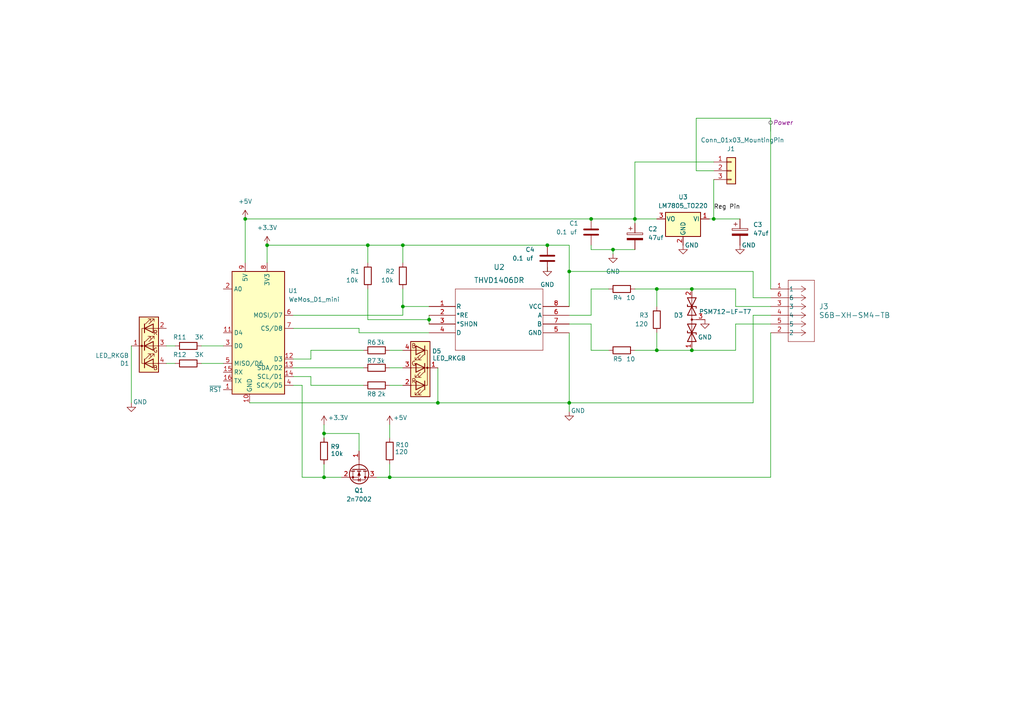
<source format=kicad_sch>
(kicad_sch (version 20231120) (generator "eeschema") (generator_version "8.0")
  (paper "A4")
  (lib_symbols
    (symbol "2025-01-31_21-26-30:THVD1406DR" (pin_names (offset 0.254))
      (property "Reference" "U2" (at 20.32 11.43 0))
      (property "Value" "THVD1406DR" (at 20.32 7.62 0))
      (symbol "THVD1406DR_0_1"
        (polyline (pts (xy 7.62 -12.7) (xy 33.02 -12.7)) (stroke (width 0.127)))
        (polyline (pts (xy 7.62 5.08) (xy 7.62 -12.7)) (stroke (width 0.127)))
        (polyline (pts (xy 33.02 -12.7) (xy 33.02 5.08)) (stroke (width 0.127)))
        (polyline (pts (xy 33.02 5.08) (xy 7.62 5.08)) (stroke (width 0.127)))
        (pin output line (at 0 0 0) (length 7.62) (name "R") (number "1"))
        (pin input line (at 0 -2.54 0) (length 7.62) (name "*RE") (number "2"))
        (pin input line (at 0 -5.08 0) (length 7.62) (name "*SHDN") (number "3"))
        (pin input line (at 0 -7.62 0) (length 7.62) (name "D") (number "4"))
        (pin power_out line (at 40.64 -7.62 180) (length 7.62) (name "GND") (number "5"))
        (pin bidirectional line (at 40.64 -2.54 180) (length 7.62) (name "A") (number "6"))
        (pin bidirectional line (at 40.64 -5.08 180) (length 7.62) (name "B") (number "7"))
        (pin power_in line (at 40.64 0 180) (length 7.62) (name "VCC") (number "8"))
      )
    )
    (symbol "Connector_Generic_MountingPin:Conn_01x03_MountingPin" (pin_names (offset 1.016) hide)
      (property "Reference" "J1" (at -1.27 6.35 0))
      (property "Value" "Conn_01x03_MountingPin" (at -8.89 8.89 0))
      (symbol "Conn_01x03_MountingPin_1_1"
        (rectangle (start -1.27 -2.413) (end 0 -2.667) (stroke (width 0.1524)))
        (rectangle (start -1.27 0.127) (end 0 -0.127) (stroke (width 0.1524)))
        (rectangle (start -1.27 2.667) (end 0 2.413) (stroke (width 0.1524)))
        (rectangle (start -1.27 3.81) (end 1.27 -3.81) (stroke (width 0.254)) (fill (type background)))
        (pin passive line (at -5.08 2.54 0) (length 3.81) (name "Pin_1") (number "1"))
        (pin passive line (at -5.08 0 0) (length 3.81) (name "Pin_2") (number "2"))
        (pin passive line (at -5.08 -2.54 0) (length 3.81) (name "Pin_3") (number "3"))
      )
    )
    (symbol "Device:C" (pin_numbers hide) (pin_names (offset 0.254))
      (property "Reference" "C" (at 0.635 2.54 0))
      (property "Value" "C" (at 0.635 -2.54 0))
      (symbol "C_0_1"
        (polyline (pts (xy -2.032 -0.762) (xy 2.032 -0.762)) (stroke (width 0.508)))
        (polyline (pts (xy -2.032 0.762) (xy 2.032 0.762)) (stroke (width 0.508)))
      )
      (symbol "C_1_1"
        (pin passive line (at 0 3.81 270) (length 2.794) (name "~") (number "1"))
        (pin passive line (at 0 -3.81 90) (length 2.794) (name "~") (number "2"))
      )
    )
    (symbol "Device:C_Polarized" (pin_numbers hide) (pin_names (offset 0.254))
      (property "Reference" "C" (at 0.635 2.54 0))
      (property "Value" "C_Polarized" (at 0.635 -2.54 0))
      (symbol "C_Polarized_0_1"
        (rectangle (start -2.286 0.508) (end 2.286 1.016))
        (polyline (pts (xy -1.778 2.286) (xy -0.762 2.286)))
        (polyline (pts (xy -1.27 2.794) (xy -1.27 1.778)))
        (rectangle (start 2.286 -0.508) (end -2.286 -1.016) (fill (type outline)))
      )
      (symbol "C_Polarized_1_1"
        (pin passive line (at 0 3.81 270) (length 2.794) (name "~") (number "1"))
        (pin passive line (at 0 -3.81 90) (length 2.794) (name "~") (number "2"))
      )
    )
    (symbol "Device:D_TVS_Dual_AAC" (pin_names (offset 1.016) hide)
      (property "Reference" "D" (at 0 4.445 0))
      (property "Value" "D_TVS_Dual_AAC" (at 0 2.54 0))
      (symbol "D_TVS_Dual_AAC_0_0"
        (polyline (pts (xy 0 -1.27) (xy 0 0)))
      )
      (symbol "D_TVS_Dual_AAC_0_1"
        (polyline (pts (xy -6.35 0) (xy 6.35 0)))
        (polyline (pts (xy -3.302 1.27) (xy -3.81 1.27) (xy -3.81 -1.27) (xy -4.318 -1.27)) (stroke (width 0.254)))
        (polyline (pts (xy 4.318 1.27) (xy 3.81 1.27) (xy 3.81 -1.27) (xy 3.302 -1.27)) (stroke (width 0.254)))
        (polyline (pts (xy -6.35 1.27) (xy -1.27 -1.27) (xy -1.27 1.27) (xy -6.35 -1.27) (xy -6.35 1.27)) (stroke (width 0.254)))
        (polyline (pts (xy 6.35 1.27) (xy 1.27 -1.27) (xy 1.27 1.27) (xy 6.35 -1.27) (xy 6.35 1.27)) (stroke (width 0.254)))
        (circle (center 0 0) (radius 0.254) (fill (type outline)))
      )
      (symbol "D_TVS_Dual_AAC_1_1"
        (pin passive line (at -8.89 0 0) (length 2.54) (name "A1") (number "1"))
        (pin passive line (at 8.89 0 180) (length 2.54) (name "A2") (number "2"))
        (pin input line (at 0 -3.81 90) (length 2.54) (name "common") (number "3"))
      )
    )
    (symbol "Device:LED_RKGB" (pin_names (offset 0) hide)
      (property "Reference" "D1" (at -8.382 -5.08 0))
      (property "Value" "LED_RKGB" (at -15.494 -2.794 0))
      (symbol "LED_RKGB_0_0"
        (text "B" (at 1.905 -6.35 0) (effects (font (size 1.27 1.27))))
        (text "G" (at 1.905 -1.27 0) (effects (font (size 1.27 1.27))))
        (text "R" (at 1.905 3.81 0) (effects (font (size 1.27 1.27))))
      )
      (symbol "LED_RKGB_0_1"
        (circle (center -2.032 0) (radius 0.254) (fill (type outline)))
        (polyline (pts (xy -1.27 -5.08) (xy 1.27 -5.08)))
        (polyline (pts (xy -1.27 -3.81) (xy -1.27 -6.35)) (stroke (width 0.254)))
        (polyline (pts (xy -1.27 0) (xy -2.54 0)))
        (polyline (pts (xy -1.27 1.27) (xy -1.27 -1.27)) (stroke (width 0.254)))
        (polyline (pts (xy -1.27 5.08) (xy 1.27 5.08)))
        (polyline (pts (xy -1.27 6.35) (xy -1.27 3.81)) (stroke (width 0.254)))
        (polyline (pts (xy 1.27 -5.08) (xy 2.54 -5.08)))
        (polyline (pts (xy 1.27 0) (xy -1.27 0)))
        (polyline (pts (xy 1.27 0) (xy 2.54 0)))
        (polyline (pts (xy 1.27 5.08) (xy 2.54 5.08)))
        (polyline (pts (xy -1.27 1.27) (xy -1.27 -1.27) (xy -1.27 -1.27)))
        (polyline (pts (xy -1.27 6.35) (xy -1.27 3.81) (xy -1.27 3.81)))
        (polyline (pts (xy -1.27 5.08) (xy -2.032 5.08) (xy -2.032 -5.08) (xy -1.016 -5.08)))
        (polyline (pts (xy 1.27 -3.81) (xy 1.27 -6.35) (xy -1.27 -5.08) (xy 1.27 -3.81)) (stroke (width 0.254)))
        (polyline (pts (xy 1.27 1.27) (xy 1.27 -1.27) (xy -1.27 0) (xy 1.27 1.27)) (stroke (width 0.254)))
        (polyline (pts (xy 1.27 6.35) (xy 1.27 3.81) (xy -1.27 5.08) (xy 1.27 6.35)) (stroke (width 0.254)))
        (polyline (pts (xy -1.016 -3.81) (xy 0.508 -2.286) (xy -0.254 -2.286) (xy 0.508 -2.286) (xy 0.508 -3.048)))
        (polyline (pts (xy -1.016 1.27) (xy 0.508 2.794) (xy -0.254 2.794) (xy 0.508 2.794) (xy 0.508 2.032)))
        (polyline (pts (xy -1.016 6.35) (xy 0.508 7.874) (xy -0.254 7.874) (xy 0.508 7.874) (xy 0.508 7.112)))
        (polyline (pts (xy 0 -3.81) (xy 1.524 -2.286) (xy 0.762 -2.286) (xy 1.524 -2.286) (xy 1.524 -3.048)))
        (polyline (pts (xy 0 1.27) (xy 1.524 2.794) (xy 0.762 2.794) (xy 1.524 2.794) (xy 1.524 2.032)))
        (polyline (pts (xy 0 6.35) (xy 1.524 7.874) (xy 0.762 7.874) (xy 1.524 7.874) (xy 1.524 7.112)))
        (rectangle (start 1.27 -1.27) (end 1.27 1.27))
        (rectangle (start 1.27 1.27) (end 1.27 1.27))
        (rectangle (start 1.27 3.81) (end 1.27 6.35))
        (rectangle (start 1.27 6.35) (end 1.27 6.35))
        (rectangle (start 2.794 8.382) (end -2.794 -7.62) (stroke (width 0.254)) (fill (type background)))
      )
      (symbol "LED_RKGB_1_1"
        (pin passive line (at -5.08 0 0) (length 2.54) (name "RA") (number "1"))
        (pin passive line (at 5.08 5.08 180) (length 2.54) (name "B") (number "2"))
        (pin passive line (at 5.08 0 180) (length 2.54) (name "G") (number "3"))
        (pin passive line (at 5.08 -5.08 180) (length 2.54) (name "R") (number "4"))
      )
    )
    (symbol "Device:R" (pin_numbers hide) (pin_names (offset 0))
      (property "Reference" "R" (at 2.032 0 90))
      (property "Value" "R" (at 0 0 90))
      (symbol "R_0_1"
        (rectangle (start -1.016 -2.54) (end 1.016 2.54) (stroke (width 0.254)))
      )
      (symbol "R_1_1"
        (pin passive line (at 0 3.81 270) (length 1.27) (name "~") (number "1"))
        (pin passive line (at 0 -3.81 90) (length 1.27) (name "~") (number "2"))
      )
    )
    (symbol "LED_RKGB_1" (pin_names (offset 0) hide)
      (property "Reference" "D5" (at -6.096 -4.826 0))
      (property "Value" "LED_RKGB" (at -13.208 -2.794 0))
      (symbol "LED_RKGB_1_0_0"
        (text "B" (at 1.905 -6.35 0) (effects (font (size 1.27 1.27))))
        (text "G" (at 1.905 -1.27 0) (effects (font (size 1.27 1.27))))
        (text "R" (at 1.905 3.81 0) (effects (font (size 1.27 1.27))))
      )
      (symbol "LED_RKGB_1_0_1"
        (circle (center -2.032 0) (radius 0.254) (fill (type outline)))
        (polyline (pts (xy -1.27 -5.08) (xy 1.27 -5.08)))
        (polyline (pts (xy -1.27 -3.81) (xy -1.27 -6.35)) (stroke (width 0.254)))
        (polyline (pts (xy -1.27 0) (xy -2.54 0)))
        (polyline (pts (xy -1.27 1.27) (xy -1.27 -1.27)) (stroke (width 0.254)))
        (polyline (pts (xy -1.27 5.08) (xy 1.27 5.08)))
        (polyline (pts (xy -1.27 6.35) (xy -1.27 3.81)) (stroke (width 0.254)))
        (polyline (pts (xy 1.27 -5.08) (xy 2.54 -5.08)))
        (polyline (pts (xy 1.27 0) (xy -1.27 0)))
        (polyline (pts (xy 1.27 0) (xy 2.54 0)))
        (polyline (pts (xy 1.27 5.08) (xy 2.54 5.08)))
        (polyline (pts (xy -1.27 1.27) (xy -1.27 -1.27) (xy -1.27 -1.27)))
        (polyline (pts (xy -1.27 6.35) (xy -1.27 3.81) (xy -1.27 3.81)))
        (polyline (pts (xy -1.27 5.08) (xy -2.032 5.08) (xy -2.032 -5.08) (xy -1.016 -5.08)))
        (polyline (pts (xy 1.27 -3.81) (xy 1.27 -6.35) (xy -1.27 -5.08) (xy 1.27 -3.81)) (stroke (width 0.254)))
        (polyline (pts (xy 1.27 1.27) (xy 1.27 -1.27) (xy -1.27 0) (xy 1.27 1.27)) (stroke (width 0.254)))
        (polyline (pts (xy 1.27 6.35) (xy 1.27 3.81) (xy -1.27 5.08) (xy 1.27 6.35)) (stroke (width 0.254)))
        (polyline (pts (xy -1.016 -3.81) (xy 0.508 -2.286) (xy -0.254 -2.286) (xy 0.508 -2.286) (xy 0.508 -3.048)))
        (polyline (pts (xy -1.016 1.27) (xy 0.508 2.794) (xy -0.254 2.794) (xy 0.508 2.794) (xy 0.508 2.032)))
        (polyline (pts (xy -1.016 6.35) (xy 0.508 7.874) (xy -0.254 7.874) (xy 0.508 7.874) (xy 0.508 7.112)))
        (polyline (pts (xy 0 -3.81) (xy 1.524 -2.286) (xy 0.762 -2.286) (xy 1.524 -2.286) (xy 1.524 -3.048)))
        (polyline (pts (xy 0 1.27) (xy 1.524 2.794) (xy 0.762 2.794) (xy 1.524 2.794) (xy 1.524 2.032)))
        (polyline (pts (xy 0 6.35) (xy 1.524 7.874) (xy 0.762 7.874) (xy 1.524 7.874) (xy 1.524 7.112)))
        (rectangle (start 1.27 -1.27) (end 1.27 1.27))
        (rectangle (start 1.27 1.27) (end 1.27 1.27))
        (rectangle (start 1.27 3.81) (end 1.27 6.35))
        (rectangle (start 1.27 6.35) (end 1.27 6.35))
        (rectangle (start 2.794 8.382) (end -2.794 -7.62) (stroke (width 0.254)) (fill (type background)))
      )
      (symbol "LED_RKGB_1_1_1"
        (pin passive line (at -5.08 0 0) (length 2.54) (name "Cathode") (number "1"))
        (pin passive line (at 5.08 5.08 180) (length 2.54) (name "B") (number "2"))
        (pin passive line (at 5.08 0 180) (length 2.54) (name "G") (number "3"))
        (pin passive line (at 5.08 -5.08 180) (length 2.54) (name "R") (number "4"))
      )
    )
    (symbol "MCU_Module:WeMos_D1_mini"
      (property "Reference" "U1" (at -11.43 12.192 0))
      (property "Value" "WeMos_D1_mini" (at -23.622 9.652 0))
      (symbol "WeMos_D1_mini_1_1"
        (rectangle (start -7.62 17.78) (end 7.62 -17.78) (stroke (width 0.254)) (fill (type background)))
        (pin input line (at 7.62 -16.51 0) (length 2.54) (name "~{RST}") (number "1"))
        (pin power_in line (at 2.54 -20.32 90) (length 2.54) (name "GND") (number "10"))
        (pin bidirectional line (at 10.16 0 180) (length 2.54) (name "D4") (number "11"))
        (pin bidirectional line (at -10.16 -7.62 0) (length 2.54) (name "D3") (number "12"))
        (pin bidirectional line (at -10.16 -10.16 0) (length 2.54) (name "SDA/D2") (number "13"))
        (pin bidirectional line (at -10.16 -12.7 0) (length 2.54) (name "SCL/D1") (number "14"))
        (pin input line (at 10.16 -11.43 180) (length 2.54) (name "RX") (number "15"))
        (pin output line (at 10.16 -13.97 180) (length 2.54) (name "TX") (number "16"))
        (pin input line (at 10.16 12.7 180) (length 2.54) (name "A0") (number "2"))
        (pin bidirectional line (at 10.16 -3.81 180) (length 2.54) (name "D0") (number "3"))
        (pin bidirectional line (at -10.16 -15.24 0) (length 2.54) (name "SCK/D5") (number "4"))
        (pin bidirectional line (at 10.16 -8.89 180) (length 2.54) (name "MISO/D6") (number "5"))
        (pin bidirectional line (at -10.16 5.08 0) (length 2.54) (name "MOSI/D7") (number "6"))
        (pin bidirectional line (at -10.16 1.27 0) (length 2.54) (name "CS/D8") (number "7"))
        (pin power_out line (at -2.54 20.32 270) (length 2.54) (name "3V3") (number "8"))
        (pin power_in line (at 3.81 20.32 270) (length 2.54) (name "5V") (number "9"))
      )
    )
    (symbol "Regulator_Linear:LM7805_TO220" (pin_names (offset 0.254))
      (property "Reference" "U" (at -3.81 3.175 0))
      (property "Value" "LM7805_TO220" (at 0 3.175 0))
      (symbol "LM7805_TO220_0_1"
        (rectangle (start -5.08 1.905) (end 5.08 -5.08) (stroke (width 0.254)) (fill (type background)))
      )
      (symbol "LM7805_TO220_1_1"
        (pin power_in line (at -7.62 0 0) (length 2.54) (name "VI") (number "1"))
        (pin power_in line (at 0 -7.62 90) (length 2.54) (name "GND") (number "2"))
        (pin power_out line (at 7.62 0 180) (length 2.54) (name "VO") (number "3"))
      )
    )
    (symbol "S6B-XH-SM4-TB_1" (pin_names (offset 0.254))
      (property "Reference" "J3" (at 13.97 -5.0799 0))
      (property "Value" "S6B-XH-SM4-TB" (at 13.97 -7.6199 0))
      (symbol "S6B-XH-SM4-TB_1_1_1"
        (polyline (pts (xy 5.08 -15.24) (xy 12.7 -15.24)) (stroke (width 0.127)))
        (polyline (pts (xy 5.08 2.54) (xy 5.08 -15.24)) (stroke (width 0.127)))
        (polyline (pts (xy 10.16 -12.7) (xy 5.08 -12.7)) (stroke (width 0.127)))
        (polyline (pts (xy 10.16 -12.7) (xy 8.89 -13.5467)) (stroke (width 0.127)))
        (polyline (pts (xy 10.16 -12.7) (xy 8.89 -11.8533)) (stroke (width 0.127)))
        (polyline (pts (xy 10.16 -10.16) (xy 5.08 -10.16)) (stroke (width 0.127)))
        (polyline (pts (xy 10.16 -10.16) (xy 8.89 -11.0067)) (stroke (width 0.127)))
        (polyline (pts (xy 10.16 -10.16) (xy 8.89 -9.3133)) (stroke (width 0.127)))
        (polyline (pts (xy 10.16 -7.62) (xy 5.08 -7.62)) (stroke (width 0.127)))
        (polyline (pts (xy 10.16 -7.62) (xy 8.89 -8.4667)) (stroke (width 0.127)))
        (polyline (pts (xy 10.16 -7.62) (xy 8.89 -6.7733)) (stroke (width 0.127)))
        (polyline (pts (xy 10.16 -5.08) (xy 5.08 -5.08)) (stroke (width 0.127)))
        (polyline (pts (xy 10.16 -5.08) (xy 8.89 -5.9267)) (stroke (width 0.127)))
        (polyline (pts (xy 10.16 -5.08) (xy 8.89 -4.2333)) (stroke (width 0.127)))
        (polyline (pts (xy 10.16 -2.54) (xy 5.08 -2.54)) (stroke (width 0.127)))
        (polyline (pts (xy 10.16 -2.54) (xy 8.89 -3.3867)) (stroke (width 0.127)))
        (polyline (pts (xy 10.16 -2.54) (xy 8.89 -1.6933)) (stroke (width 0.127)))
        (polyline (pts (xy 10.16 0) (xy 5.08 0)) (stroke (width 0.127)))
        (polyline (pts (xy 10.16 0) (xy 8.89 -0.8467)) (stroke (width 0.127)))
        (polyline (pts (xy 10.16 0) (xy 8.89 0.8467)) (stroke (width 0.127)))
        (polyline (pts (xy 12.7 -15.24) (xy 12.7 2.54)) (stroke (width 0.127)))
        (polyline (pts (xy 12.7 2.54) (xy 5.08 2.54)) (stroke (width 0.127)))
        (pin unspecified line (at 0 0 0) (length 5.08) (name "1") (number "1"))
        (pin unspecified line (at 0 -12.7 0) (length 5.08) (name "2") (number "2"))
        (pin unspecified line (at 0 -5.08 0) (length 5.08) (name "3") (number "3"))
        (pin unspecified line (at 0 -7.62 0) (length 5.08) (name "4") (number "4"))
        (pin unspecified line (at 0 -10.16 0) (length 5.08) (name "5") (number "5"))
        (pin unspecified line (at 0 -2.54 0) (length 5.08) (name "6") (number "6"))
      )
      (symbol "S6B-XH-SM4-TB_1_1_2"
        (polyline (pts (xy 5.08 -15.24) (xy 12.7 -15.24)) (stroke (width 0.127)))
        (polyline (pts (xy 5.08 2.54) (xy 5.08 -15.24)) (stroke (width 0.127)))
        (polyline (pts (xy 7.62 -12.7) (xy 5.08 -12.7)) (stroke (width 0.127)))
        (polyline (pts (xy 7.62 -12.7) (xy 8.89 -13.5467)) (stroke (width 0.127)))
        (polyline (pts (xy 7.62 -12.7) (xy 8.89 -11.8533)) (stroke (width 0.127)))
        (polyline (pts (xy 7.62 -10.16) (xy 5.08 -10.16)) (stroke (width 0.127)))
        (polyline (pts (xy 7.62 -10.16) (xy 8.89 -11.0067)) (stroke (width 0.127)))
        (polyline (pts (xy 7.62 -10.16) (xy 8.89 -9.3133)) (stroke (width 0.127)))
        (polyline (pts (xy 7.62 -7.62) (xy 5.08 -7.62)) (stroke (width 0.127)))
        (polyline (pts (xy 7.62 -7.62) (xy 8.89 -8.4667)) (stroke (width 0.127)))
        (polyline (pts (xy 7.62 -7.62) (xy 8.89 -6.7733)) (stroke (width 0.127)))
        (polyline (pts (xy 7.62 -5.08) (xy 5.08 -5.08)) (stroke (width 0.127)))
        (polyline (pts (xy 7.62 -5.08) (xy 8.89 -5.9267)) (stroke (width 0.127)))
        (polyline (pts (xy 7.62 -5.08) (xy 8.89 -4.2333)) (stroke (width 0.127)))
        (polyline (pts (xy 7.62 -2.54) (xy 5.08 -2.54)) (stroke (width 0.127)))
        (polyline (pts (xy 7.62 -2.54) (xy 8.89 -3.3867)) (stroke (width 0.127)))
        (polyline (pts (xy 7.62 -2.54) (xy 8.89 -1.6933)) (stroke (width 0.127)))
        (polyline (pts (xy 7.62 0) (xy 5.08 0)) (stroke (width 0.127)))
        (polyline (pts (xy 7.62 0) (xy 8.89 -0.8467)) (stroke (width 0.127)))
        (polyline (pts (xy 7.62 0) (xy 8.89 0.8467)) (stroke (width 0.127)))
        (polyline (pts (xy 12.7 -15.24) (xy 12.7 2.54)) (stroke (width 0.127)))
        (polyline (pts (xy 12.7 2.54) (xy 5.08 2.54)) (stroke (width 0.127)))
        (pin unspecified line (at 0 0 0) (length 5.08) (name "1") (number "1"))
        (pin unspecified line (at 0 -2.54 0) (length 5.08) (name "2") (number "2"))
        (pin unspecified line (at 0 -5.08 0) (length 5.08) (name "3") (number "3"))
        (pin unspecified line (at 0 -7.62 0) (length 5.08) (name "4") (number "4"))
        (pin unspecified line (at 0 -10.16 0) (length 5.08) (name "5") (number "5"))
        (pin unspecified line (at 0 -12.7 0) (length 5.08) (name "6") (number "6"))
      )
    )
    (symbol "Transistor_FET:2N7002" (pin_names hide)
      (property "Reference" "Q" (at 5.08 1.905 0))
      (property "Value" "2N7002" (at 5.08 0 0))
      (symbol "2N7002_0_1"
        (polyline (pts (xy 0.254 0) (xy -2.54 0)))
        (polyline (pts (xy 0.254 1.905) (xy 0.254 -1.905)) (stroke (width 0.254)))
        (polyline (pts (xy 0.762 -1.27) (xy 0.762 -2.286)) (stroke (width 0.254)))
        (polyline (pts (xy 0.762 0.508) (xy 0.762 -0.508)) (stroke (width 0.254)))
        (polyline (pts (xy 0.762 2.286) (xy 0.762 1.27)) (stroke (width 0.254)))
        (polyline (pts (xy 2.54 2.54) (xy 2.54 1.778)))
        (polyline (pts (xy 2.54 -2.54) (xy 2.54 0) (xy 0.762 0)))
        (polyline (pts (xy 0.762 -1.778) (xy 3.302 -1.778) (xy 3.302 1.778) (xy 0.762 1.778)))
        (polyline (pts (xy 1.016 0) (xy 2.032 0.381) (xy 2.032 -0.381) (xy 1.016 0)) (fill (type outline)))
        (polyline (pts (xy 2.794 0.508) (xy 2.921 0.381) (xy 3.683 0.381) (xy 3.81 0.254)))
        (polyline (pts (xy 3.302 0.381) (xy 2.921 -0.254) (xy 3.683 -0.254) (xy 3.302 0.381)))
        (circle (center 1.651 0) (radius 2.794) (stroke (width 0.254)))
        (circle (center 2.54 -1.778) (radius 0.254) (fill (type outline)))
        (circle (center 2.54 1.778) (radius 0.254) (fill (type outline)))
      )
      (symbol "2N7002_1_1"
        (pin input line (at -5.08 0 0) (length 2.54) (name "G") (number "1"))
        (pin passive line (at 2.54 -5.08 90) (length 2.54) (name "S") (number "2"))
        (pin passive line (at 2.54 5.08 270) (length 2.54) (name "D") (number "3"))
      )
    )
    (symbol "power:+3.3V" (power) (pin_names (offset 0))
      (property "Value" "+3.3V" (at 0 3.556 0))
      (symbol "+3.3V_0_1"
        (polyline (pts (xy -0.762 1.27) (xy 0 2.54)))
        (polyline (pts (xy 0 0) (xy 0 2.54)))
        (polyline (pts (xy 0 2.54) (xy 0.762 1.27)))
      )
      (symbol "+3.3V_1_1"
        (pin power_in line (at 0 0 90) (length 0) hide (name "+3.3V") (number "1"))
      )
    )
    (symbol "power:+5V" (power) (pin_names (offset 0))
      (property "Value" "+5V" (at 0 3.556 0))
      (symbol "+5V_0_1"
        (polyline (pts (xy -0.762 1.27) (xy 0 2.54)))
        (polyline (pts (xy 0 0) (xy 0 2.54)))
        (polyline (pts (xy 0 2.54) (xy 0.762 1.27)))
      )
      (symbol "+5V_1_1"
        (pin power_in line (at 0 0 90) (length 0) hide (name "+5V") (number "1"))
      )
    )
    (symbol "power:GND" (power) (pin_names (offset 0))
      (property "Value" "GND" (at 0 -3.81 0))
      (symbol "GND_0_1"
        (polyline (pts (xy 0 0) (xy 0 -1.27) (xy 1.27 -1.27) (xy 0 -2.54) (xy -1.27 -1.27) (xy 0 -1.27)))
      )
      (symbol "GND_1_1"
        (pin power_in line (at 0 0 270) (length 0) hide (name "GND") (number "1"))
      )
    )
  )
  (junction (at 165.1 116.84))
  (junction (at 124.46 92.71))
  (junction (at 106.68 71.12))
  (junction (at 184.15 63.5))
  (junction (at 93.98 125.73))
  (junction (at 113.03 138.43))
  (junction (at 71.12 63.5))
  (junction (at 93.98 138.43))
  (junction (at 127 116.84))
  (junction (at 116.84 88.9))
  (junction (at 165.1 78.74))
  (junction (at 116.84 71.12))
  (junction (at 190.5 101.6))
  (junction (at 171.45 63.5))
  (junction (at 190.5 83.82))
  (junction (at 77.47 71.12))
  (junction (at 200.66 101.6))
  (junction (at 200.66 83.82))
  (junction (at 158.75 71.12))
  (junction (at 177.8 72.39))
  (junction (at 207.01 63.5))
  (wire (pts (xy 93.98 138.43) (xy 99.06 138.43)))
  (wire (pts (xy 124.46 92.71) (xy 124.46 93.98)))
  (wire (pts (xy 218.44 91.44) (xy 218.44 116.84)))
  (wire (pts (xy 213.36 93.98) (xy 223.52 93.98)))
  (wire (pts (xy 127 116.84) (xy 165.1 116.84)))
  (wire (pts (xy 171.45 83.82) (xy 171.45 91.44)))
  (wire (pts (xy 171.45 101.6) (xy 176.53 101.6)))
  (wire (pts (xy 218.44 78.74) (xy 165.1 78.74)))
  (wire (pts (xy 171.45 83.82) (xy 176.53 83.82)))
  (wire (pts (xy 165.1 91.44) (xy 171.45 91.44)))
  (wire (pts (xy 106.68 83.82) (xy 106.68 92.71)))
  (wire (pts (xy 190.5 101.6) (xy 200.66 101.6)))
  (wire (pts (xy 124.46 91.44) (xy 124.46 92.71)))
  (wire (pts (xy 90.17 101.6) (xy 105.41 101.6)))
  (wire (pts (xy 177.8 72.39) (xy 184.15 72.39)))
  (wire (pts (xy 165.1 71.12) (xy 158.75 71.12)))
  (wire (pts (xy 113.03 138.43) (xy 223.52 138.43)))
  (wire (pts (xy 184.15 83.82) (xy 190.5 83.82)))
  (wire (pts (xy 116.84 71.12) (xy 106.68 71.12)))
  (wire (pts (xy 171.45 72.39) (xy 171.45 71.12)))
  (wire (pts (xy 158.75 77.47) (xy 158.75 78.74)))
  (wire (pts (xy 171.45 63.5) (xy 184.15 63.5)))
  (wire (pts (xy 165.1 96.52) (xy 165.1 116.84)))
  (wire (pts (xy 165.1 88.9) (xy 165.1 78.74)))
  (wire (pts (xy 113.03 106.68) (xy 116.84 106.68)))
  (wire (pts (xy 218.44 116.84) (xy 165.1 116.84)))
  (wire (pts (xy 93.98 125.73) (xy 93.98 127)))
  (wire (pts (xy 113.03 101.6) (xy 116.84 101.6)))
  (wire (pts (xy 90.17 109.22) (xy 90.17 111.76)))
  (wire (pts (xy 177.8 73.66) (xy 177.8 72.39)))
  (wire (pts (xy 207.01 52.07) (xy 207.01 63.5)))
  (wire (pts (xy 38.1 100.33) (xy 38.1 116.84)))
  (wire (pts (xy 171.45 72.39) (xy 177.8 72.39)))
  (wire (pts (xy 85.09 91.44) (xy 116.84 91.44)))
  (wire (pts (xy 190.5 96.52) (xy 190.5 101.6)))
  (wire (pts (xy 85.09 106.68) (xy 105.41 106.68)))
  (wire (pts (xy 72.39 116.84) (xy 127 116.84)))
  (wire (pts (xy 165.1 119.38) (xy 165.1 116.84)))
  (wire (pts (xy 201.93 49.53) (xy 201.93 34.29)))
  (wire (pts (xy 87.63 111.76) (xy 87.63 138.43)))
  (wire (pts (xy 93.98 138.43) (xy 93.98 134.62)))
  (wire (pts (xy 127 106.68) (xy 127 116.84)))
  (wire (pts (xy 109.22 138.43) (xy 113.03 138.43)))
  (wire (pts (xy 116.84 71.12) (xy 116.84 76.2)))
  (wire (pts (xy 104.14 96.52) (xy 124.46 96.52)))
  (wire (pts (xy 77.47 71.12) (xy 77.47 76.2)))
  (wire (pts (xy 90.17 111.76) (xy 105.41 111.76)))
  (wire (pts (xy 223.52 138.43) (xy 223.52 96.52)))
  (wire (pts (xy 106.68 71.12) (xy 106.68 76.2)))
  (wire (pts (xy 201.93 34.29) (xy 223.52 34.29)))
  (wire (pts (xy 106.68 92.71) (xy 124.46 92.71)))
  (wire (pts (xy 48.26 100.33) (xy 50.8 100.33)))
  (wire (pts (xy 106.68 71.12) (xy 77.47 71.12)))
  (wire (pts (xy 223.52 88.9) (xy 213.36 88.9)))
  (wire (pts (xy 58.42 105.41) (xy 64.77 105.41)))
  (wire (pts (xy 207.01 46.99) (xy 184.15 46.99)))
  (wire (pts (xy 218.44 86.36) (xy 218.44 78.74)))
  (wire (pts (xy 165.1 93.98) (xy 171.45 93.98)))
  (wire (pts (xy 213.36 83.82) (xy 213.36 88.9)))
  (wire (pts (xy 213.36 93.98) (xy 213.36 101.6)))
  (wire (pts (xy 207.01 63.5) (xy 214.63 63.5)))
  (wire (pts (xy 85.09 95.25) (xy 104.14 95.25)))
  (wire (pts (xy 87.63 138.43) (xy 93.98 138.43)))
  (wire (pts (xy 184.15 101.6) (xy 190.5 101.6)))
  (wire (pts (xy 165.1 78.74) (xy 165.1 71.12)))
  (wire (pts (xy 223.52 34.29) (xy 223.52 83.82)))
  (wire (pts (xy 184.15 46.99) (xy 184.15 63.5)))
  (wire (pts (xy 113.03 138.43) (xy 113.03 134.62)))
  (wire (pts (xy 218.44 91.44) (xy 223.52 91.44)))
  (wire (pts (xy 85.09 104.14) (xy 90.17 104.14)))
  (wire (pts (xy 71.12 63.5) (xy 171.45 63.5)))
  (wire (pts (xy 85.09 109.22) (xy 90.17 109.22)))
  (wire (pts (xy 90.17 104.14) (xy 90.17 101.6)))
  (wire (pts (xy 207.01 49.53) (xy 201.93 49.53)))
  (wire (pts (xy 184.15 63.5) (xy 190.5 63.5)))
  (wire (pts (xy 205.74 63.5) (xy 207.01 63.5)))
  (wire (pts (xy 116.84 91.44) (xy 116.84 88.9)))
  (wire (pts (xy 190.5 83.82) (xy 190.5 88.9)))
  (wire (pts (xy 93.98 125.73) (xy 93.98 123.19)))
  (wire (pts (xy 184.15 63.5) (xy 184.15 64.77)))
  (wire (pts (xy 104.14 130.81) (xy 104.14 125.73)))
  (wire (pts (xy 158.75 71.12) (xy 116.84 71.12)))
  (wire (pts (xy 48.26 105.41) (xy 50.8 105.41)))
  (wire (pts (xy 104.14 95.25) (xy 104.14 96.52)))
  (wire (pts (xy 71.12 76.2) (xy 71.12 63.5)))
  (wire (pts (xy 200.66 83.82) (xy 213.36 83.82)))
  (wire (pts (xy 116.84 83.82) (xy 116.84 88.9)))
  (wire (pts (xy 58.42 100.33) (xy 64.77 100.33)))
  (wire (pts (xy 116.84 88.9) (xy 124.46 88.9)))
  (wire (pts (xy 113.03 111.76) (xy 116.84 111.76)))
  (wire (pts (xy 223.52 86.36) (xy 218.44 86.36)))
  (wire (pts (xy 213.36 101.6) (xy 200.66 101.6)))
  (wire (pts (xy 87.63 111.76) (xy 85.09 111.76)))
  (wire (pts (xy 171.45 101.6) (xy 171.45 93.98)))
  (wire (pts (xy 190.5 83.82) (xy 200.66 83.82)))
  (wire (pts (xy 113.03 123.19) (xy 113.03 127)))
  (wire (pts (xy 93.98 125.73) (xy 104.14 125.73)))
  (label "Reg Pin" (at 207.01 60.96 0))
  (netclass_flag "" (length 2.54) (shape round) (at 223.52 38.1 0) (property "Netclass" "Power" (at 224.2185 35.56 0) (effects (font (italic yes)) (justify left))))
  (symbol (lib_id "power:+5V") (at 113.03 123.19 0) (unit 1)
    (property "Reference" "#PWR03" (effects (hide yes)))
    (property "Value" "+5V" (at 116.078 121.158 0))
  )
  (symbol (lib_id "Device:R") (at 54.61 105.41 90) (unit 1)
    (property "Reference" "R12" (at 54.102 102.87 90) (effects (justify left)))
    (property "Value" "3K" (at 59.182 102.87 90) (effects (justify left)))
    (property "Footprint" "Resistor_SMD:R_0805_2012Metric_Pad1.20x1.40mm_HandSolder" (effects (hide yes)))
  )
  (symbol (lib_name "S6B-XH-SM4-TB_1") (lib_id "S6B_XH_SM4_TB:S6B-XH-SM4-TB") (at 223.52 83.82 0) (unit 1)
    (property "Reference" "J3" (at 237.49 88.8999 0) (effects (font (size 1.524 1.524)) (justify left)))
    (property "Value" "S6B-XH-SM4-TB" (at 237.49 91.4399 0) (effects (font (size 1.524 1.524)) (justify left)))
    (property "Footprint" "CONN_S6B-XH-SM4-TB_JST" (effects (hide yes)))
    (property "Datasheet" "S6B-XH-SM4-TB" (effects (hide yes)))
  )
  (symbol (lib_id "power:GND") (at 204.47 92.71 0) (unit 1)
    (property "Reference" "#PWR0104" (effects (hide yes)))
    (property "Value" "GND" (at 204.47 97.79 0))
  )
  (symbol (lib_name "LED_RKGB_1") (lib_id "Device:LED_RKGB") (at 121.92 106.68 180) (unit 1) (in_bom no)
    (property "Reference" "D5" (at 128.016 101.854 0) (effects (justify left)))
    (property "Value" "LED_RKGB" (at 135.128 103.886 0) (effects (justify left)))
    (property "Footprint" "LED-ARRAY-SMD_4P-L1.6-W1.5-BL-FD" (effects (hide yes)))
    (property "Datasheet" "https://jlcpcb.com/api/file/downloadByFileSystemAccessId/8588936616165986304" (effects (hide yes)))
    (property "Description" "RGB LED, red/cathode/green/blue" (effects (hide yes)))
  )
  (symbol (lib_id "2025-01-31_21-26-30:THVD1406DR") (at 124.46 88.9 0) (unit 1)
    (property "Reference" "U2" (at 144.78 77.47 0) (effects (font (size 1.524 1.524))))
    (property "Value" "THVD1406DR" (at 144.78 81.28 0) (effects (font (size 1.524 1.524))))
    (property "Footprint" "SOIC_D0008A_TEX" (effects (hide yes)))
    (property "Datasheet" "THVD1406DR" (effects (hide yes)))
  )
  (symbol (lib_id "Device:R") (at 93.98 130.81 180) (unit 1)
    (property "Reference" "R9" (at 98.552 129.54 0) (effects (justify left)))
    (property "Value" "10k" (at 99.568 131.572 0) (effects (justify left)))
    (property "Footprint" "Resistor_SMD:R_0805_2012Metric_Pad1.20x1.40mm_HandSolder" (effects (hide yes)))
  )
  (symbol (lib_id "power:GND") (at 38.1 116.84 0) (unit 1)
    (property "Reference" "#PWR04" (effects (hide yes)))
    (property "Value" "GND" (at 40.64 116.586 0))
  )
  (symbol (lib_id "Transistor_FET:2N7002") (at 104.14 135.89 270) (unit 1)
    (property "Reference" "Q1" (at 104.14 142.24 90))
    (property "Value" "2n7002" (at 104.14 144.78 90))
    (property "Footprint" "Package_TO_SOT_SMD:SOT-23" (effects (hide yes)))
    (property "Datasheet" "https://www.onsemi.com/pub/Collateral/NDS7002A-D.PDF" (effects (hide yes)))
    (property "Description" "0.115A Id, 60V Vds, N-Channel MOSFET, SOT-23" (effects (hide yes)))
  )
  (symbol (lib_id "Device:R") (at 180.34 83.82 270) (unit 1)
    (property "Reference" "R4" (at 177.8 86.36 90) (effects (justify left)))
    (property "Value" "10" (at 181.61 86.36 90) (effects (justify left)))
    (property "Footprint" "Resistor_SMD:R_0805_2012Metric_Pad1.20x1.40mm_HandSolder" (effects (hide yes)))
  )
  (symbol (lib_id "Device:C_Polarized") (at 184.15 68.58 0) (unit 1)
    (property "Reference" "C2" (at 187.96 66.4209 0) (effects (justify left)))
    (property "Value" "47uf" (at 187.96 68.9609 0) (effects (justify left)))
    (property "Footprint" "Capacitor_Tantalum_SMD:CP_EIA-3216-18_Kemet-A_Pad1.58x1.35mm_HandSolder" (effects (hide yes)))
    (property "JLPCB " "https://jlcpcb.com/parts/2nd/Capacitors/Tantalum_Capacitors_2930" (effects (hide yes)))
  )
  (symbol (lib_id "Device:R") (at 106.68 80.01 0) (unit 1)
    (property "Reference" "R1" (at 101.6 78.74 0) (effects (justify left)))
    (property "Value" "10k" (at 100.33 81.28 0) (effects (justify left)))
    (property "Footprint" "Resistor_SMD:R_0805_2012Metric_Pad1.20x1.40mm_HandSolder" (effects (hide yes)))
  )
  (symbol (lib_id "power:GND") (at 177.8 73.66 0) (unit 1)
    (property "Reference" "#PWR0103" (effects (hide yes)))
    (property "Value" "GND" (at 177.8 78.74 0))
  )
  (symbol (lib_id "power:GND") (at 165.1 119.38 0) (unit 1)
    (property "Reference" "#PWR0105" (effects (hide yes)))
    (property "Value" "GND" (at 167.64 119.126 0))
  )
  (symbol (lib_id "Device:R") (at 190.5 92.71 0) (unit 1)
    (property "Reference" "R3" (at 185.42 91.44 0) (effects (justify left)))
    (property "Value" "120" (at 184.15 93.98 0) (effects (justify left)))
    (property "Footprint" "Resistor_SMD:R_0805_2012Metric_Pad1.20x1.40mm_HandSolder" (effects (hide yes)))
  )
  (symbol (lib_id "power:GND") (at 198.12 71.12 0) (unit 1)
    (property "Reference" "#PWR0106" (effects (hide yes)))
    (property "Value" "GND" (at 200.66 71.12 0))
  )
  (symbol (lib_id "Device:D_TVS_Dual_AAC") (at 200.66 92.71 90) (unit 1)
    (property "Reference" "D3" (at 198.12 91.4399 90) (effects (justify left)))
    (property "Value" "PSM712-LF-T7" (at 217.932 90.424 90) (effects (justify left)))
    (property "Footprint" "Package_TO_SOT_SMD:SOT-23" (effects (hide yes)))
  )
  (symbol (lib_id "power:+5V") (at 71.12 63.5 0) (unit 1)
    (property "Reference" "#PWR0101" (effects (hide yes)))
    (property "Value" "+5V" (at 71.12 58.42 0))
  )
  (symbol (lib_id "power:GND") (at 214.63 71.12 0) (unit 1)
    (property "Reference" "#PWR0107" (effects (hide yes)))
    (property "Value" "GND" (at 217.17 71.12 0))
  )
  (symbol (lib_id "MCU_Module:WeMos_D1_mini") (at 74.93 96.52 0) (mirror y) (unit 1) (in_bom no)
    (property "Reference" "U1" (at 86.36 84.328 0) (effects (justify left)))
    (property "Value" "WeMos_D1_mini" (at 98.552 86.868 0) (effects (justify left)))
    (property "Footprint" "Module:WEMOS_D1_mini_light" (effects (hide yes)))
    (property "Datasheet" "https://wiki.wemos.cc/products:d1:d1_mini#documentation" (effects (hide yes)))
  )
  (symbol (lib_id "power:GND") (at 158.75 77.47 0) (unit 1)
    (property "Reference" "#PWR02" (effects (hide yes)))
    (property "Value" "GND" (at 158.75 82.55 0))
  )
  (symbol (lib_id "Device:R") (at 109.22 101.6 270) (unit 1)
    (property "Reference" "R6" (at 106.426 99.314 90) (effects (justify left)))
    (property "Value" "3k" (at 109.22 99.314 90) (effects (justify left)))
    (property "Footprint" "Resistor_SMD:R_0805_2012Metric_Pad1.20x1.40mm_HandSolder" (effects (hide yes)))
  )
  (symbol (lib_id "Device:R") (at 54.61 100.33 90) (unit 1)
    (property "Reference" "R11" (at 54.102 97.79 90) (effects (justify left)))
    (property "Value" "3K" (at 59.182 97.79 90) (effects (justify left)))
    (property "Footprint" "Resistor_SMD:R_0805_2012Metric_Pad1.20x1.40mm_HandSolder" (effects (hide yes)))
  )
  (symbol (lib_id "power:+3.3V") (at 77.47 71.12 0) (unit 1)
    (property "Reference" "#PWR0102" (effects (hide yes)))
    (property "Value" "+3.3V" (at 77.47 66.04 0))
  )
  (symbol (lib_id "Device:LED_RKGB") (at 43.18 100.33 0) (unit 1) (in_bom no)
    (property "Reference" "D1" (at 34.798 105.41 0) (effects (justify left)))
    (property "Value" "LED_RKGB" (at 27.686 103.124 0) (effects (justify left)))
    (property "Footprint" "LED-ARRAY-SMD_4P-L1.6-W1.5-BL-FD" (effects (hide yes)))
    (property "Datasheet" "https://jlcpcb.com/api/file/downloadByFileSystemAccessId/8588936616165986304" (effects (hide yes)))
    (property "Description" "RGB LED, red/cathode/green/blue" (effects (hide yes)))
  )
  (symbol (lib_id "Device:R") (at 109.22 111.76 270) (unit 1)
    (property "Reference" "R8" (at 106.426 114.3 90) (effects (justify left)))
    (property "Value" "2k" (at 109.474 114.3 90) (effects (justify left)))
    (property "Footprint" "Resistor_SMD:R_0805_2012Metric_Pad1.20x1.40mm_HandSolder" (effects (hide yes)))
  )
  (symbol (lib_id "Device:C") (at 158.75 74.93 0) (unit 1)
    (property "Reference" "C4" (at 152.4 72.39 0) (effects (justify left)))
    (property "Value" "0.1 uf" (at 148.59 74.93 0) (effects (justify left)))
    (property "Footprint" "Capacitor_SMD:C_0805_2012Metric_Pad1.18x1.45mm_HandSolder" (effects (hide yes)))
  )
  (symbol (lib_id "Device:R") (at 116.84 80.01 0) (unit 1)
    (property "Reference" "R2" (at 111.76 78.74 0) (effects (justify left)))
    (property "Value" "10k" (at 110.49 81.28 0) (effects (justify left)))
    (property "Footprint" "Resistor_SMD:R_0805_2012Metric_Pad1.20x1.40mm_HandSolder" (effects (hide yes)))
  )
  (symbol (lib_id "Device:R") (at 109.22 106.68 270) (unit 1)
    (property "Reference" "R7" (at 106.426 104.648 90) (effects (justify left)))
    (property "Value" "3k" (at 109.22 104.648 90) (effects (justify left)))
    (property "Footprint" "Resistor_SMD:R_0805_2012Metric_Pad1.20x1.40mm_HandSolder" (effects (hide yes)))
  )
  (symbol (lib_id "Device:C") (at 171.45 67.31 0) (unit 1)
    (property "Reference" "C1" (at 165.1 64.77 0) (effects (justify left)))
    (property "Value" "0.1 uf" (at 161.29 67.31 0) (effects (justify left)))
    (property "Footprint" "Capacitor_SMD:C_0805_2012Metric_Pad1.18x1.45mm_HandSolder" (effects (hide yes)))
  )
  (symbol (lib_id "Device:R") (at 180.34 101.6 270) (unit 1)
    (property "Reference" "R5" (at 177.8 104.14 90) (effects (justify left)))
    (property "Value" "10" (at 181.61 104.14 90) (effects (justify left)))
    (property "Footprint" "Resistor_SMD:R_0805_2012Metric_Pad1.20x1.40mm_HandSolder" (effects (hide yes)))
  )
  (symbol (lib_id "Device:R") (at 113.03 130.81 180) (unit 1)
    (property "Reference" "R10" (at 118.618 129.032 0) (effects (justify left)))
    (property "Value" "120" (at 118.364 131.064 0) (effects (justify left)))
    (property "Footprint" "Resistor_SMD:R_0805_2012Metric_Pad1.20x1.40mm_HandSolder" (effects (hide yes)))
  )
  (symbol (lib_id "Regulator_Linear:LM7805_TO220") (at 198.12 63.5 0) (mirror y) (unit 1) (in_bom no)
    (property "Reference" "U3" (at 198.12 57.15 0))
    (property "Value" "LM7805_TO220" (at 198.12 59.69 0))
    (property "Footprint" "Package_TO_SOT_THT:TO-220-3_Vertical" (effects (hide yes)))
    (property "Datasheet" "https://www.onsemi.cn/PowerSolutions/document/MC7800-D.PDF" (effects (hide yes)))
    (property "Description" "Positive 1A 35V Linear Regulator, Fixed Output 5V, TO-220" (effects (hide yes)))
  )
  (symbol (lib_id "power:+3.3V") (at 93.98 123.19 0) (unit 1)
    (property "Reference" "#PWR01" (effects (hide yes)))
    (property "Value" "+3.3V" (at 98.044 121.158 0))
  )
  (symbol (lib_id "Device:C_Polarized") (at 214.63 67.31 0) (unit 1)
    (property "Reference" "C3" (at 218.44 65.1509 0) (effects (justify left)))
    (property "Value" "47uf" (at 218.44 67.6909 0) (effects (justify left)))
    (property "Footprint" "Capacitor_Tantalum_SMD:CP_EIA-3216-18_Kemet-A_Pad1.58x1.35mm_HandSolder" (effects (hide yes)))
    (property "JLPCB " "https://jlcpcb.com/parts/2nd/Capacitors/Tantalum_Capacitors_2930" (effects (hide yes)))
  )
  (symbol (lib_id "Connector_Generic_MountingPin:Conn_01x03_MountingPin") (at 212.09 49.53 0) (unit 1) (in_bom no)
    (property "Reference" "J1" (at 210.82 43.18 0) (effects (justify left)))
    (property "Value" "Conn_01x03_MountingPin" (at 203.2 40.64 0) (effects (justify left)))
    (property "Footprint" "Connector_PinHeader_2.54mm:PinHeader_1x03_P2.54mm_Vertical" (effects (hide yes)))
  )
)
</source>
